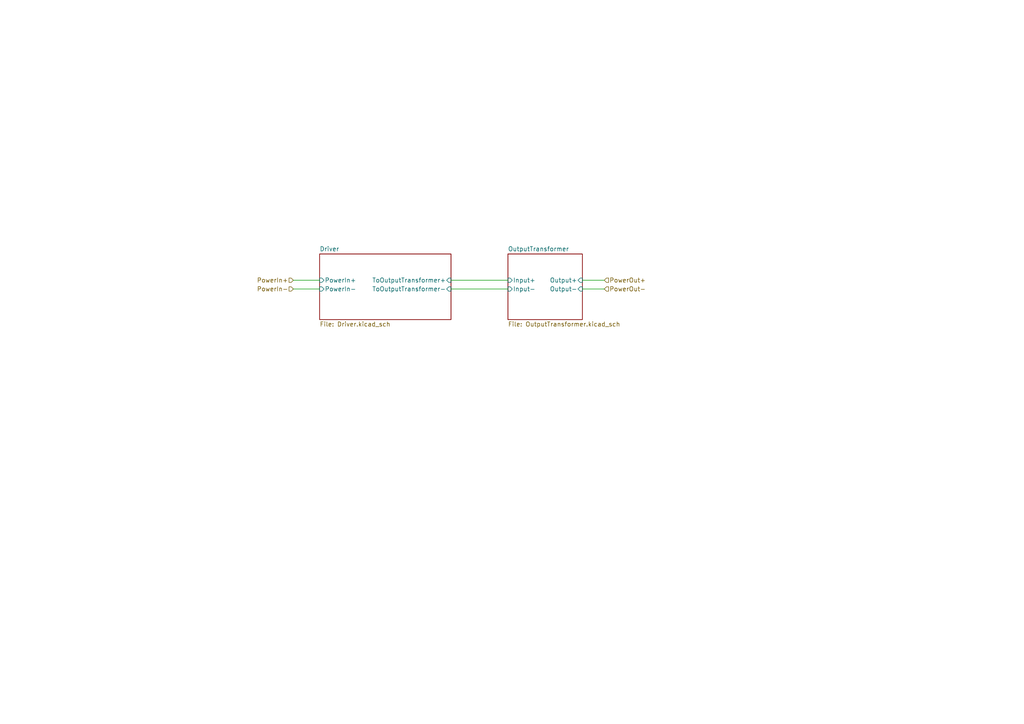
<source format=kicad_sch>
(kicad_sch (version 20211123) (generator eeschema)
  (paper "A4")
  (title_block (title "Starter Subsystem") (date "2020-01-07") (rev "1"))
  (lib_symbols)
  (wire (pts (xy 147.32 83.82) (xy 130.81 83.82)))
  (wire (pts (xy 168.91 83.82) (xy 175.26 83.82)))
  (wire (pts (xy 92.71 81.28) (xy 85.09 81.28)))
  (wire (pts (xy 168.91 81.28) (xy 175.26 81.28)))
  (wire (pts (xy 130.81 81.28) (xy 147.32 81.28)))
  (wire (pts (xy 85.09 83.82) (xy 92.71 83.82)))
  (hierarchical_label "PowerOut+" (shape input) (at 175.26 81.28 0))
  (hierarchical_label "PowerOut-" (shape input) (at 175.26 83.82 0))
  (hierarchical_label "PowerIn-" (shape input) (at 85.09 83.82 180))
  (hierarchical_label "PowerIn+" (shape input) (at 85.09 81.28 180))
  (sheet (at 92.71 73.66) (size 38.1 19.05)
    (property "Sheet name" "Driver" (at 92.71 72.9484 0) (effects (justify left bottom)))
    (property "Sheet file" "Driver.kicad_sch" (at 92.71 93.2946 0) (effects (justify left top)))
    (pin "PowerIn+" input (at 92.71 81.28 180))
    (pin "PowerIn-" input (at 92.71 83.82 180))
    (pin "ToOutputTransformer+" input (at 130.81 81.28 0))
    (pin "ToOutputTransformer-" input (at 130.81 83.82 0))
  )
  (sheet (at 147.32 73.66) (size 21.59 19.05)
    (property "Sheet name" "OutputTransformer" (at 147.32 72.9484 0) (effects (justify left bottom)))
    (property "Sheet file" "OutputTransformer.kicad_sch" (at 147.32 93.2946 0) (effects (justify left top)))
    (pin "Output+" input (at 168.91 81.28 0))
    (pin "Output-" input (at 168.91 83.82 0))
    (pin "Input+" input (at 147.32 81.28 180))
    (pin "Input-" input (at 147.32 83.82 180))
  )
)
</source>
